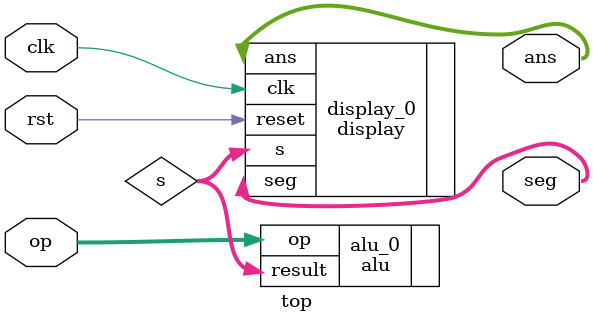
<source format=v>
`timescale 1ns / 1ps

module top(
    input clk,
    input rst,
    input [2:0] op,
    output [5:0] ans,
    output [6:0] seg
    );

    wire [31:0] s;

    alu alu_0(
    .op(op),
    .result(s)
    );

    display display_0(
    .clk(clk),
    .reset(rst),
    .s(s),
    .seg(seg),
    .ans(ans)
    );

endmodule

</source>
